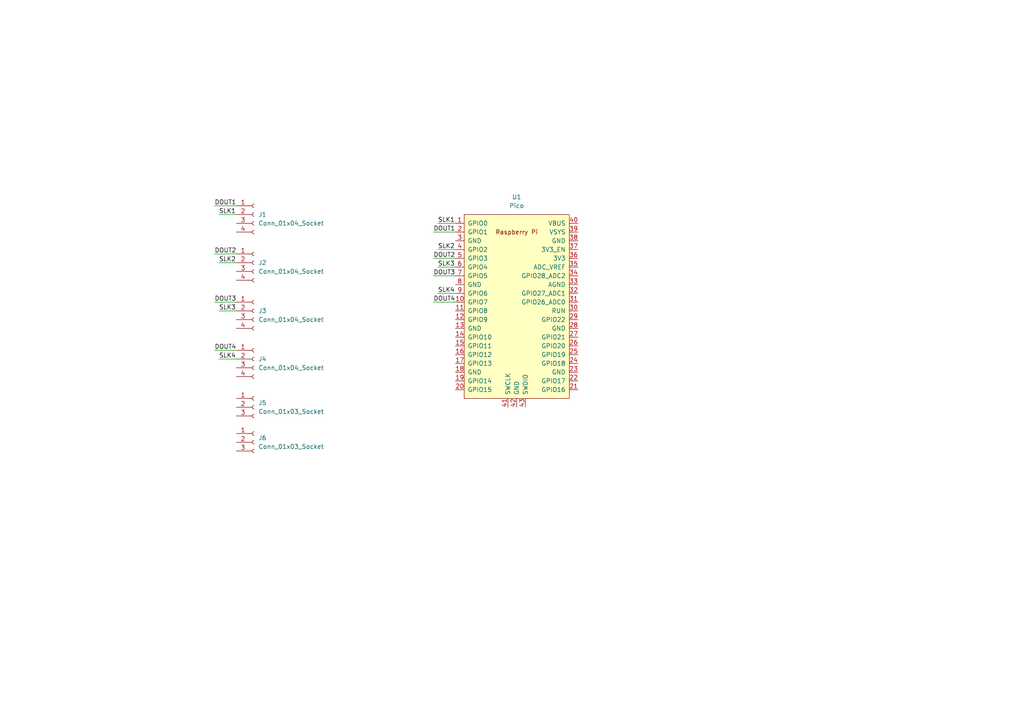
<source format=kicad_sch>
(kicad_sch
	(version 20231120)
	(generator "eeschema")
	(generator_version "8.0")
	(uuid "c135e72d-b55a-419c-80ed-41b07cc6c18c")
	(paper "A4")
	(lib_symbols
		(symbol "Connector:Conn_01x03_Socket"
			(pin_names
				(offset 1.016) hide)
			(exclude_from_sim no)
			(in_bom yes)
			(on_board yes)
			(property "Reference" "J"
				(at 0 5.08 0)
				(effects
					(font
						(size 1.27 1.27)
					)
				)
			)
			(property "Value" "Conn_01x03_Socket"
				(at 0 -5.08 0)
				(effects
					(font
						(size 1.27 1.27)
					)
				)
			)
			(property "Footprint" ""
				(at 0 0 0)
				(effects
					(font
						(size 1.27 1.27)
					)
					(hide yes)
				)
			)
			(property "Datasheet" "~"
				(at 0 0 0)
				(effects
					(font
						(size 1.27 1.27)
					)
					(hide yes)
				)
			)
			(property "Description" "Generic connector, single row, 01x03, script generated"
				(at 0 0 0)
				(effects
					(font
						(size 1.27 1.27)
					)
					(hide yes)
				)
			)
			(property "ki_locked" ""
				(at 0 0 0)
				(effects
					(font
						(size 1.27 1.27)
					)
				)
			)
			(property "ki_keywords" "connector"
				(at 0 0 0)
				(effects
					(font
						(size 1.27 1.27)
					)
					(hide yes)
				)
			)
			(property "ki_fp_filters" "Connector*:*_1x??_*"
				(at 0 0 0)
				(effects
					(font
						(size 1.27 1.27)
					)
					(hide yes)
				)
			)
			(symbol "Conn_01x03_Socket_1_1"
				(arc
					(start 0 -2.032)
					(mid -0.5058 -2.54)
					(end 0 -3.048)
					(stroke
						(width 0.1524)
						(type default)
					)
					(fill
						(type none)
					)
				)
				(polyline
					(pts
						(xy -1.27 -2.54) (xy -0.508 -2.54)
					)
					(stroke
						(width 0.1524)
						(type default)
					)
					(fill
						(type none)
					)
				)
				(polyline
					(pts
						(xy -1.27 0) (xy -0.508 0)
					)
					(stroke
						(width 0.1524)
						(type default)
					)
					(fill
						(type none)
					)
				)
				(polyline
					(pts
						(xy -1.27 2.54) (xy -0.508 2.54)
					)
					(stroke
						(width 0.1524)
						(type default)
					)
					(fill
						(type none)
					)
				)
				(arc
					(start 0 0.508)
					(mid -0.5058 0)
					(end 0 -0.508)
					(stroke
						(width 0.1524)
						(type default)
					)
					(fill
						(type none)
					)
				)
				(arc
					(start 0 3.048)
					(mid -0.5058 2.54)
					(end 0 2.032)
					(stroke
						(width 0.1524)
						(type default)
					)
					(fill
						(type none)
					)
				)
				(pin passive line
					(at -5.08 2.54 0)
					(length 3.81)
					(name "Pin_1"
						(effects
							(font
								(size 1.27 1.27)
							)
						)
					)
					(number "1"
						(effects
							(font
								(size 1.27 1.27)
							)
						)
					)
				)
				(pin passive line
					(at -5.08 0 0)
					(length 3.81)
					(name "Pin_2"
						(effects
							(font
								(size 1.27 1.27)
							)
						)
					)
					(number "2"
						(effects
							(font
								(size 1.27 1.27)
							)
						)
					)
				)
				(pin passive line
					(at -5.08 -2.54 0)
					(length 3.81)
					(name "Pin_3"
						(effects
							(font
								(size 1.27 1.27)
							)
						)
					)
					(number "3"
						(effects
							(font
								(size 1.27 1.27)
							)
						)
					)
				)
			)
		)
		(symbol "Connector:Conn_01x04_Socket"
			(pin_names
				(offset 1.016) hide)
			(exclude_from_sim no)
			(in_bom yes)
			(on_board yes)
			(property "Reference" "J"
				(at 0 5.08 0)
				(effects
					(font
						(size 1.27 1.27)
					)
				)
			)
			(property "Value" "Conn_01x04_Socket"
				(at 0 -7.62 0)
				(effects
					(font
						(size 1.27 1.27)
					)
				)
			)
			(property "Footprint" ""
				(at 0 0 0)
				(effects
					(font
						(size 1.27 1.27)
					)
					(hide yes)
				)
			)
			(property "Datasheet" "~"
				(at 0 0 0)
				(effects
					(font
						(size 1.27 1.27)
					)
					(hide yes)
				)
			)
			(property "Description" "Generic connector, single row, 01x04, script generated"
				(at 0 0 0)
				(effects
					(font
						(size 1.27 1.27)
					)
					(hide yes)
				)
			)
			(property "ki_locked" ""
				(at 0 0 0)
				(effects
					(font
						(size 1.27 1.27)
					)
				)
			)
			(property "ki_keywords" "connector"
				(at 0 0 0)
				(effects
					(font
						(size 1.27 1.27)
					)
					(hide yes)
				)
			)
			(property "ki_fp_filters" "Connector*:*_1x??_*"
				(at 0 0 0)
				(effects
					(font
						(size 1.27 1.27)
					)
					(hide yes)
				)
			)
			(symbol "Conn_01x04_Socket_1_1"
				(arc
					(start 0 -4.572)
					(mid -0.5058 -5.08)
					(end 0 -5.588)
					(stroke
						(width 0.1524)
						(type default)
					)
					(fill
						(type none)
					)
				)
				(arc
					(start 0 -2.032)
					(mid -0.5058 -2.54)
					(end 0 -3.048)
					(stroke
						(width 0.1524)
						(type default)
					)
					(fill
						(type none)
					)
				)
				(polyline
					(pts
						(xy -1.27 -5.08) (xy -0.508 -5.08)
					)
					(stroke
						(width 0.1524)
						(type default)
					)
					(fill
						(type none)
					)
				)
				(polyline
					(pts
						(xy -1.27 -2.54) (xy -0.508 -2.54)
					)
					(stroke
						(width 0.1524)
						(type default)
					)
					(fill
						(type none)
					)
				)
				(polyline
					(pts
						(xy -1.27 0) (xy -0.508 0)
					)
					(stroke
						(width 0.1524)
						(type default)
					)
					(fill
						(type none)
					)
				)
				(polyline
					(pts
						(xy -1.27 2.54) (xy -0.508 2.54)
					)
					(stroke
						(width 0.1524)
						(type default)
					)
					(fill
						(type none)
					)
				)
				(arc
					(start 0 0.508)
					(mid -0.5058 0)
					(end 0 -0.508)
					(stroke
						(width 0.1524)
						(type default)
					)
					(fill
						(type none)
					)
				)
				(arc
					(start 0 3.048)
					(mid -0.5058 2.54)
					(end 0 2.032)
					(stroke
						(width 0.1524)
						(type default)
					)
					(fill
						(type none)
					)
				)
				(pin passive line
					(at -5.08 2.54 0)
					(length 3.81)
					(name "Pin_1"
						(effects
							(font
								(size 1.27 1.27)
							)
						)
					)
					(number "1"
						(effects
							(font
								(size 1.27 1.27)
							)
						)
					)
				)
				(pin passive line
					(at -5.08 0 0)
					(length 3.81)
					(name "Pin_2"
						(effects
							(font
								(size 1.27 1.27)
							)
						)
					)
					(number "2"
						(effects
							(font
								(size 1.27 1.27)
							)
						)
					)
				)
				(pin passive line
					(at -5.08 -2.54 0)
					(length 3.81)
					(name "Pin_3"
						(effects
							(font
								(size 1.27 1.27)
							)
						)
					)
					(number "3"
						(effects
							(font
								(size 1.27 1.27)
							)
						)
					)
				)
				(pin passive line
					(at -5.08 -5.08 0)
					(length 3.81)
					(name "Pin_4"
						(effects
							(font
								(size 1.27 1.27)
							)
						)
					)
					(number "4"
						(effects
							(font
								(size 1.27 1.27)
							)
						)
					)
				)
			)
		)
		(symbol "RPi_Pico:Pico"
			(pin_names
				(offset 1.016)
			)
			(exclude_from_sim no)
			(in_bom yes)
			(on_board yes)
			(property "Reference" "U"
				(at -13.97 27.94 0)
				(effects
					(font
						(size 1.27 1.27)
					)
				)
			)
			(property "Value" "Pico"
				(at 0 19.05 0)
				(effects
					(font
						(size 1.27 1.27)
					)
				)
			)
			(property "Footprint" "RPi_Pico:RPi_Pico_SMD_TH"
				(at 0 0 90)
				(effects
					(font
						(size 1.27 1.27)
					)
					(hide yes)
				)
			)
			(property "Datasheet" ""
				(at 0 0 0)
				(effects
					(font
						(size 1.27 1.27)
					)
					(hide yes)
				)
			)
			(property "Description" ""
				(at 0 0 0)
				(effects
					(font
						(size 1.27 1.27)
					)
					(hide yes)
				)
			)
			(symbol "Pico_0_0"
				(text "Raspberry Pi"
					(at 0 21.59 0)
					(effects
						(font
							(size 1.27 1.27)
						)
					)
				)
			)
			(symbol "Pico_0_1"
				(rectangle
					(start -15.24 26.67)
					(end 15.24 -26.67)
					(stroke
						(width 0)
						(type solid)
					)
					(fill
						(type background)
					)
				)
			)
			(symbol "Pico_1_1"
				(pin bidirectional line
					(at -17.78 24.13 0)
					(length 2.54)
					(name "GPIO0"
						(effects
							(font
								(size 1.27 1.27)
							)
						)
					)
					(number "1"
						(effects
							(font
								(size 1.27 1.27)
							)
						)
					)
				)
				(pin bidirectional line
					(at -17.78 1.27 0)
					(length 2.54)
					(name "GPIO7"
						(effects
							(font
								(size 1.27 1.27)
							)
						)
					)
					(number "10"
						(effects
							(font
								(size 1.27 1.27)
							)
						)
					)
				)
				(pin bidirectional line
					(at -17.78 -1.27 0)
					(length 2.54)
					(name "GPIO8"
						(effects
							(font
								(size 1.27 1.27)
							)
						)
					)
					(number "11"
						(effects
							(font
								(size 1.27 1.27)
							)
						)
					)
				)
				(pin bidirectional line
					(at -17.78 -3.81 0)
					(length 2.54)
					(name "GPIO9"
						(effects
							(font
								(size 1.27 1.27)
							)
						)
					)
					(number "12"
						(effects
							(font
								(size 1.27 1.27)
							)
						)
					)
				)
				(pin power_in line
					(at -17.78 -6.35 0)
					(length 2.54)
					(name "GND"
						(effects
							(font
								(size 1.27 1.27)
							)
						)
					)
					(number "13"
						(effects
							(font
								(size 1.27 1.27)
							)
						)
					)
				)
				(pin bidirectional line
					(at -17.78 -8.89 0)
					(length 2.54)
					(name "GPIO10"
						(effects
							(font
								(size 1.27 1.27)
							)
						)
					)
					(number "14"
						(effects
							(font
								(size 1.27 1.27)
							)
						)
					)
				)
				(pin bidirectional line
					(at -17.78 -11.43 0)
					(length 2.54)
					(name "GPIO11"
						(effects
							(font
								(size 1.27 1.27)
							)
						)
					)
					(number "15"
						(effects
							(font
								(size 1.27 1.27)
							)
						)
					)
				)
				(pin bidirectional line
					(at -17.78 -13.97 0)
					(length 2.54)
					(name "GPIO12"
						(effects
							(font
								(size 1.27 1.27)
							)
						)
					)
					(number "16"
						(effects
							(font
								(size 1.27 1.27)
							)
						)
					)
				)
				(pin bidirectional line
					(at -17.78 -16.51 0)
					(length 2.54)
					(name "GPIO13"
						(effects
							(font
								(size 1.27 1.27)
							)
						)
					)
					(number "17"
						(effects
							(font
								(size 1.27 1.27)
							)
						)
					)
				)
				(pin power_in line
					(at -17.78 -19.05 0)
					(length 2.54)
					(name "GND"
						(effects
							(font
								(size 1.27 1.27)
							)
						)
					)
					(number "18"
						(effects
							(font
								(size 1.27 1.27)
							)
						)
					)
				)
				(pin bidirectional line
					(at -17.78 -21.59 0)
					(length 2.54)
					(name "GPIO14"
						(effects
							(font
								(size 1.27 1.27)
							)
						)
					)
					(number "19"
						(effects
							(font
								(size 1.27 1.27)
							)
						)
					)
				)
				(pin bidirectional line
					(at -17.78 21.59 0)
					(length 2.54)
					(name "GPIO1"
						(effects
							(font
								(size 1.27 1.27)
							)
						)
					)
					(number "2"
						(effects
							(font
								(size 1.27 1.27)
							)
						)
					)
				)
				(pin bidirectional line
					(at -17.78 -24.13 0)
					(length 2.54)
					(name "GPIO15"
						(effects
							(font
								(size 1.27 1.27)
							)
						)
					)
					(number "20"
						(effects
							(font
								(size 1.27 1.27)
							)
						)
					)
				)
				(pin bidirectional line
					(at 17.78 -24.13 180)
					(length 2.54)
					(name "GPIO16"
						(effects
							(font
								(size 1.27 1.27)
							)
						)
					)
					(number "21"
						(effects
							(font
								(size 1.27 1.27)
							)
						)
					)
				)
				(pin bidirectional line
					(at 17.78 -21.59 180)
					(length 2.54)
					(name "GPIO17"
						(effects
							(font
								(size 1.27 1.27)
							)
						)
					)
					(number "22"
						(effects
							(font
								(size 1.27 1.27)
							)
						)
					)
				)
				(pin power_in line
					(at 17.78 -19.05 180)
					(length 2.54)
					(name "GND"
						(effects
							(font
								(size 1.27 1.27)
							)
						)
					)
					(number "23"
						(effects
							(font
								(size 1.27 1.27)
							)
						)
					)
				)
				(pin bidirectional line
					(at 17.78 -16.51 180)
					(length 2.54)
					(name "GPIO18"
						(effects
							(font
								(size 1.27 1.27)
							)
						)
					)
					(number "24"
						(effects
							(font
								(size 1.27 1.27)
							)
						)
					)
				)
				(pin bidirectional line
					(at 17.78 -13.97 180)
					(length 2.54)
					(name "GPIO19"
						(effects
							(font
								(size 1.27 1.27)
							)
						)
					)
					(number "25"
						(effects
							(font
								(size 1.27 1.27)
							)
						)
					)
				)
				(pin bidirectional line
					(at 17.78 -11.43 180)
					(length 2.54)
					(name "GPIO20"
						(effects
							(font
								(size 1.27 1.27)
							)
						)
					)
					(number "26"
						(effects
							(font
								(size 1.27 1.27)
							)
						)
					)
				)
				(pin bidirectional line
					(at 17.78 -8.89 180)
					(length 2.54)
					(name "GPIO21"
						(effects
							(font
								(size 1.27 1.27)
							)
						)
					)
					(number "27"
						(effects
							(font
								(size 1.27 1.27)
							)
						)
					)
				)
				(pin power_in line
					(at 17.78 -6.35 180)
					(length 2.54)
					(name "GND"
						(effects
							(font
								(size 1.27 1.27)
							)
						)
					)
					(number "28"
						(effects
							(font
								(size 1.27 1.27)
							)
						)
					)
				)
				(pin bidirectional line
					(at 17.78 -3.81 180)
					(length 2.54)
					(name "GPIO22"
						(effects
							(font
								(size 1.27 1.27)
							)
						)
					)
					(number "29"
						(effects
							(font
								(size 1.27 1.27)
							)
						)
					)
				)
				(pin power_in line
					(at -17.78 19.05 0)
					(length 2.54)
					(name "GND"
						(effects
							(font
								(size 1.27 1.27)
							)
						)
					)
					(number "3"
						(effects
							(font
								(size 1.27 1.27)
							)
						)
					)
				)
				(pin input line
					(at 17.78 -1.27 180)
					(length 2.54)
					(name "RUN"
						(effects
							(font
								(size 1.27 1.27)
							)
						)
					)
					(number "30"
						(effects
							(font
								(size 1.27 1.27)
							)
						)
					)
				)
				(pin bidirectional line
					(at 17.78 1.27 180)
					(length 2.54)
					(name "GPIO26_ADC0"
						(effects
							(font
								(size 1.27 1.27)
							)
						)
					)
					(number "31"
						(effects
							(font
								(size 1.27 1.27)
							)
						)
					)
				)
				(pin bidirectional line
					(at 17.78 3.81 180)
					(length 2.54)
					(name "GPIO27_ADC1"
						(effects
							(font
								(size 1.27 1.27)
							)
						)
					)
					(number "32"
						(effects
							(font
								(size 1.27 1.27)
							)
						)
					)
				)
				(pin power_in line
					(at 17.78 6.35 180)
					(length 2.54)
					(name "AGND"
						(effects
							(font
								(size 1.27 1.27)
							)
						)
					)
					(number "33"
						(effects
							(font
								(size 1.27 1.27)
							)
						)
					)
				)
				(pin bidirectional line
					(at 17.78 8.89 180)
					(length 2.54)
					(name "GPIO28_ADC2"
						(effects
							(font
								(size 1.27 1.27)
							)
						)
					)
					(number "34"
						(effects
							(font
								(size 1.27 1.27)
							)
						)
					)
				)
				(pin unspecified line
					(at 17.78 11.43 180)
					(length 2.54)
					(name "ADC_VREF"
						(effects
							(font
								(size 1.27 1.27)
							)
						)
					)
					(number "35"
						(effects
							(font
								(size 1.27 1.27)
							)
						)
					)
				)
				(pin unspecified line
					(at 17.78 13.97 180)
					(length 2.54)
					(name "3V3"
						(effects
							(font
								(size 1.27 1.27)
							)
						)
					)
					(number "36"
						(effects
							(font
								(size 1.27 1.27)
							)
						)
					)
				)
				(pin input line
					(at 17.78 16.51 180)
					(length 2.54)
					(name "3V3_EN"
						(effects
							(font
								(size 1.27 1.27)
							)
						)
					)
					(number "37"
						(effects
							(font
								(size 1.27 1.27)
							)
						)
					)
				)
				(pin bidirectional line
					(at 17.78 19.05 180)
					(length 2.54)
					(name "GND"
						(effects
							(font
								(size 1.27 1.27)
							)
						)
					)
					(number "38"
						(effects
							(font
								(size 1.27 1.27)
							)
						)
					)
				)
				(pin unspecified line
					(at 17.78 21.59 180)
					(length 2.54)
					(name "VSYS"
						(effects
							(font
								(size 1.27 1.27)
							)
						)
					)
					(number "39"
						(effects
							(font
								(size 1.27 1.27)
							)
						)
					)
				)
				(pin bidirectional line
					(at -17.78 16.51 0)
					(length 2.54)
					(name "GPIO2"
						(effects
							(font
								(size 1.27 1.27)
							)
						)
					)
					(number "4"
						(effects
							(font
								(size 1.27 1.27)
							)
						)
					)
				)
				(pin unspecified line
					(at 17.78 24.13 180)
					(length 2.54)
					(name "VBUS"
						(effects
							(font
								(size 1.27 1.27)
							)
						)
					)
					(number "40"
						(effects
							(font
								(size 1.27 1.27)
							)
						)
					)
				)
				(pin input line
					(at -2.54 -29.21 90)
					(length 2.54)
					(name "SWCLK"
						(effects
							(font
								(size 1.27 1.27)
							)
						)
					)
					(number "41"
						(effects
							(font
								(size 1.27 1.27)
							)
						)
					)
				)
				(pin power_in line
					(at 0 -29.21 90)
					(length 2.54)
					(name "GND"
						(effects
							(font
								(size 1.27 1.27)
							)
						)
					)
					(number "42"
						(effects
							(font
								(size 1.27 1.27)
							)
						)
					)
				)
				(pin bidirectional line
					(at 2.54 -29.21 90)
					(length 2.54)
					(name "SWDIO"
						(effects
							(font
								(size 1.27 1.27)
							)
						)
					)
					(number "43"
						(effects
							(font
								(size 1.27 1.27)
							)
						)
					)
				)
				(pin bidirectional line
					(at -17.78 13.97 0)
					(length 2.54)
					(name "GPIO3"
						(effects
							(font
								(size 1.27 1.27)
							)
						)
					)
					(number "5"
						(effects
							(font
								(size 1.27 1.27)
							)
						)
					)
				)
				(pin bidirectional line
					(at -17.78 11.43 0)
					(length 2.54)
					(name "GPIO4"
						(effects
							(font
								(size 1.27 1.27)
							)
						)
					)
					(number "6"
						(effects
							(font
								(size 1.27 1.27)
							)
						)
					)
				)
				(pin bidirectional line
					(at -17.78 8.89 0)
					(length 2.54)
					(name "GPIO5"
						(effects
							(font
								(size 1.27 1.27)
							)
						)
					)
					(number "7"
						(effects
							(font
								(size 1.27 1.27)
							)
						)
					)
				)
				(pin power_in line
					(at -17.78 6.35 0)
					(length 2.54)
					(name "GND"
						(effects
							(font
								(size 1.27 1.27)
							)
						)
					)
					(number "8"
						(effects
							(font
								(size 1.27 1.27)
							)
						)
					)
				)
				(pin bidirectional line
					(at -17.78 3.81 0)
					(length 2.54)
					(name "GPIO6"
						(effects
							(font
								(size 1.27 1.27)
							)
						)
					)
					(number "9"
						(effects
							(font
								(size 1.27 1.27)
							)
						)
					)
				)
			)
		)
	)
	(wire
		(pts
			(xy 127 64.77) (xy 132.08 64.77)
		)
		(stroke
			(width 0)
			(type default)
		)
		(uuid "05301a4e-eb9c-48f1-8b99-86a3073056c0")
	)
	(wire
		(pts
			(xy 62.23 59.69) (xy 68.58 59.69)
		)
		(stroke
			(width 0)
			(type default)
		)
		(uuid "0935718d-9070-435b-af98-c71b59269d3a")
	)
	(wire
		(pts
			(xy 125.73 74.93) (xy 132.08 74.93)
		)
		(stroke
			(width 0)
			(type default)
		)
		(uuid "178176a2-ce14-4702-b4dd-23e27bff4ea4")
	)
	(wire
		(pts
			(xy 127 77.47) (xy 132.08 77.47)
		)
		(stroke
			(width 0)
			(type default)
		)
		(uuid "27502382-9429-443d-bb6f-7704a5c7c53d")
	)
	(wire
		(pts
			(xy 63.5 90.17) (xy 68.58 90.17)
		)
		(stroke
			(width 0)
			(type default)
		)
		(uuid "34cb304f-c1f5-4987-af4e-24a4c438c6dd")
	)
	(wire
		(pts
			(xy 125.73 67.31) (xy 132.08 67.31)
		)
		(stroke
			(width 0)
			(type default)
		)
		(uuid "5b48295d-c523-4e47-9556-29ff41bb97e8")
	)
	(wire
		(pts
			(xy 62.23 73.66) (xy 68.58 73.66)
		)
		(stroke
			(width 0)
			(type default)
		)
		(uuid "5e3ade37-7a8f-4ff2-8e72-6a621de78bd9")
	)
	(wire
		(pts
			(xy 125.73 87.63) (xy 132.08 87.63)
		)
		(stroke
			(width 0)
			(type default)
		)
		(uuid "6990b604-5fcc-4de6-b35c-f60c57cda466")
	)
	(wire
		(pts
			(xy 125.73 80.01) (xy 132.08 80.01)
		)
		(stroke
			(width 0)
			(type default)
		)
		(uuid "86246a47-0071-4bbc-b3eb-8381afffcca9")
	)
	(wire
		(pts
			(xy 63.5 76.2) (xy 68.58 76.2)
		)
		(stroke
			(width 0)
			(type default)
		)
		(uuid "8b2a2d74-5f17-4ca5-a6c6-959691808b37")
	)
	(wire
		(pts
			(xy 63.5 62.23) (xy 68.58 62.23)
		)
		(stroke
			(width 0)
			(type default)
		)
		(uuid "9921c0e7-6c57-4f01-b50e-f9dcc561113f")
	)
	(wire
		(pts
			(xy 127 72.39) (xy 132.08 72.39)
		)
		(stroke
			(width 0)
			(type default)
		)
		(uuid "9dd57ed8-89fc-4b3f-87cb-c579db7a47ec")
	)
	(wire
		(pts
			(xy 63.5 104.14) (xy 68.58 104.14)
		)
		(stroke
			(width 0)
			(type default)
		)
		(uuid "c0572e90-fb94-45d8-8bf2-da79ef6c2610")
	)
	(wire
		(pts
			(xy 62.23 87.63) (xy 68.58 87.63)
		)
		(stroke
			(width 0)
			(type default)
		)
		(uuid "ce2ad718-2997-4eb9-b0a8-62ad17d8bd64")
	)
	(wire
		(pts
			(xy 127 85.09) (xy 132.08 85.09)
		)
		(stroke
			(width 0)
			(type default)
		)
		(uuid "ea273686-7b7f-40d2-83d6-aceef94f675b")
	)
	(wire
		(pts
			(xy 62.23 101.6) (xy 68.58 101.6)
		)
		(stroke
			(width 0)
			(type default)
		)
		(uuid "eb6e171a-3f00-49b6-98e9-6cee19dcc044")
	)
	(label "DOUT4"
		(at 62.23 101.6 0)
		(fields_autoplaced yes)
		(effects
			(font
				(size 1.27 1.27)
			)
			(justify left bottom)
		)
		(uuid "03712dd9-0634-473b-ac71-072f1655efc5")
	)
	(label "DOUT4"
		(at 125.73 87.63 0)
		(fields_autoplaced yes)
		(effects
			(font
				(size 1.27 1.27)
			)
			(justify left bottom)
		)
		(uuid "0750b441-789c-481c-8fd3-4b2aef0a652d")
	)
	(label "DOUT2"
		(at 62.23 73.66 0)
		(fields_autoplaced yes)
		(effects
			(font
				(size 1.27 1.27)
			)
			(justify left bottom)
		)
		(uuid "0f779e85-c4ba-4a16-abef-53bc93871bf7")
	)
	(label "DOUT2"
		(at 125.73 74.93 0)
		(fields_autoplaced yes)
		(effects
			(font
				(size 1.27 1.27)
			)
			(justify left bottom)
		)
		(uuid "1b28b92f-fb80-48da-9ba8-49e871218f82")
	)
	(label "DOUT1"
		(at 62.23 59.69 0)
		(fields_autoplaced yes)
		(effects
			(font
				(size 1.27 1.27)
			)
			(justify left bottom)
		)
		(uuid "508825d5-be4e-480e-88f2-2e264ae50dde")
	)
	(label "DOUT3"
		(at 62.23 87.63 0)
		(fields_autoplaced yes)
		(effects
			(font
				(size 1.27 1.27)
			)
			(justify left bottom)
		)
		(uuid "52a28727-7818-40fa-ab47-eb1777ec73b2")
	)
	(label "SLK2"
		(at 127 72.39 0)
		(fields_autoplaced yes)
		(effects
			(font
				(size 1.27 1.27)
			)
			(justify left bottom)
		)
		(uuid "6944c694-1aea-440f-a081-1cb856402736")
	)
	(label "SLK1"
		(at 63.5 62.23 0)
		(fields_autoplaced yes)
		(effects
			(font
				(size 1.27 1.27)
			)
			(justify left bottom)
		)
		(uuid "71cfbb78-38ea-47fd-8b0e-fa88bc075b42")
	)
	(label "SLK4"
		(at 63.5 104.14 0)
		(fields_autoplaced yes)
		(effects
			(font
				(size 1.27 1.27)
			)
			(justify left bottom)
		)
		(uuid "756b1f1f-b332-4723-bda8-f77eeab3290d")
	)
	(label "SLK1"
		(at 127 64.77 0)
		(fields_autoplaced yes)
		(effects
			(font
				(size 1.27 1.27)
			)
			(justify left bottom)
		)
		(uuid "8c10e99e-069b-42d0-9b04-6698b6f55f81")
	)
	(label "SLK2"
		(at 63.5 76.2 0)
		(fields_autoplaced yes)
		(effects
			(font
				(size 1.27 1.27)
			)
			(justify left bottom)
		)
		(uuid "94314231-f8fb-464a-b941-7574d0db7c57")
	)
	(label "SLK3"
		(at 63.5 90.17 0)
		(fields_autoplaced yes)
		(effects
			(font
				(size 1.27 1.27)
			)
			(justify left bottom)
		)
		(uuid "a0329bec-aedc-40cb-8385-51d57a25b7f4")
	)
	(label "SLK3"
		(at 127 77.47 0)
		(fields_autoplaced yes)
		(effects
			(font
				(size 1.27 1.27)
			)
			(justify left bottom)
		)
		(uuid "c0a93f8f-b67f-46ea-8c90-57c238934023")
	)
	(label "SLK4"
		(at 127 85.09 0)
		(fields_autoplaced yes)
		(effects
			(font
				(size 1.27 1.27)
			)
			(justify left bottom)
		)
		(uuid "c3cc01a7-3a00-4319-8903-b61896ddab32")
	)
	(label "DOUT1"
		(at 125.73 67.31 0)
		(fields_autoplaced yes)
		(effects
			(font
				(size 1.27 1.27)
			)
			(justify left bottom)
		)
		(uuid "d40baa79-9da0-4763-adf1-7c9ebc9fd933")
	)
	(label "DOUT3"
		(at 125.73 80.01 0)
		(fields_autoplaced yes)
		(effects
			(font
				(size 1.27 1.27)
			)
			(justify left bottom)
		)
		(uuid "dcfcb6ea-ddb1-4fda-949e-e30ef04115d4")
	)
	(symbol
		(lib_id "Connector:Conn_01x04_Socket")
		(at 73.66 62.23 0)
		(unit 1)
		(exclude_from_sim no)
		(in_bom yes)
		(on_board yes)
		(dnp no)
		(fields_autoplaced yes)
		(uuid "024f2ca5-20db-40d8-a42b-8a53e418698a")
		(property "Reference" "J1"
			(at 74.93 62.2299 0)
			(effects
				(font
					(size 1.27 1.27)
				)
				(justify left)
			)
		)
		(property "Value" "Conn_01x04_Socket"
			(at 74.93 64.7699 0)
			(effects
				(font
					(size 1.27 1.27)
				)
				(justify left)
			)
		)
		(property "Footprint" ""
			(at 73.66 62.23 0)
			(effects
				(font
					(size 1.27 1.27)
				)
				(hide yes)
			)
		)
		(property "Datasheet" "~"
			(at 73.66 62.23 0)
			(effects
				(font
					(size 1.27 1.27)
				)
				(hide yes)
			)
		)
		(property "Description" "Generic connector, single row, 01x04, script generated"
			(at 73.66 62.23 0)
			(effects
				(font
					(size 1.27 1.27)
				)
				(hide yes)
			)
		)
		(pin "1"
			(uuid "c937db30-6afe-430e-8fb7-2f12b20bbcfc")
		)
		(pin "4"
			(uuid "ca2259d9-6691-4719-923a-833d61acd785")
		)
		(pin "2"
			(uuid "fde10ee1-0832-42a8-be2c-de491155f5e6")
		)
		(pin "3"
			(uuid "f3931ac2-f389-4e9b-9f6d-efd00a3a1ae6")
		)
		(instances
			(project ""
				(path "/c135e72d-b55a-419c-80ed-41b07cc6c18c"
					(reference "J1")
					(unit 1)
				)
			)
		)
	)
	(symbol
		(lib_id "Connector:Conn_01x03_Socket")
		(at 73.66 118.11 0)
		(unit 1)
		(exclude_from_sim no)
		(in_bom yes)
		(on_board yes)
		(dnp no)
		(fields_autoplaced yes)
		(uuid "0ecf58eb-4d00-4caf-bab8-be8c70903c14")
		(property "Reference" "J5"
			(at 74.93 116.8399 0)
			(effects
				(font
					(size 1.27 1.27)
				)
				(justify left)
			)
		)
		(property "Value" "Conn_01x03_Socket"
			(at 74.93 119.3799 0)
			(effects
				(font
					(size 1.27 1.27)
				)
				(justify left)
			)
		)
		(property "Footprint" ""
			(at 73.66 118.11 0)
			(effects
				(font
					(size 1.27 1.27)
				)
				(hide yes)
			)
		)
		(property "Datasheet" "~"
			(at 73.66 118.11 0)
			(effects
				(font
					(size 1.27 1.27)
				)
				(hide yes)
			)
		)
		(property "Description" "Generic connector, single row, 01x03, script generated"
			(at 73.66 118.11 0)
			(effects
				(font
					(size 1.27 1.27)
				)
				(hide yes)
			)
		)
		(pin "3"
			(uuid "0beae821-6dd3-4870-8932-a632ddc99e52")
		)
		(pin "1"
			(uuid "6ab48109-b0cd-4ce3-830f-742e4ce386dc")
		)
		(pin "2"
			(uuid "8e482516-a148-4ab3-ba81-5645c70b4483")
		)
		(instances
			(project ""
				(path "/c135e72d-b55a-419c-80ed-41b07cc6c18c"
					(reference "J5")
					(unit 1)
				)
			)
		)
	)
	(symbol
		(lib_id "Connector:Conn_01x04_Socket")
		(at 73.66 90.17 0)
		(unit 1)
		(exclude_from_sim no)
		(in_bom yes)
		(on_board yes)
		(dnp no)
		(fields_autoplaced yes)
		(uuid "53c97fb8-500b-4c6d-8477-2ba2a3bbc351")
		(property "Reference" "J3"
			(at 74.93 90.1699 0)
			(effects
				(font
					(size 1.27 1.27)
				)
				(justify left)
			)
		)
		(property "Value" "Conn_01x04_Socket"
			(at 74.93 92.7099 0)
			(effects
				(font
					(size 1.27 1.27)
				)
				(justify left)
			)
		)
		(property "Footprint" ""
			(at 73.66 90.17 0)
			(effects
				(font
					(size 1.27 1.27)
				)
				(hide yes)
			)
		)
		(property "Datasheet" "~"
			(at 73.66 90.17 0)
			(effects
				(font
					(size 1.27 1.27)
				)
				(hide yes)
			)
		)
		(property "Description" "Generic connector, single row, 01x04, script generated"
			(at 73.66 90.17 0)
			(effects
				(font
					(size 1.27 1.27)
				)
				(hide yes)
			)
		)
		(pin "1"
			(uuid "b8d8941e-0a16-4c5c-b01a-cc6c0b30008c")
		)
		(pin "4"
			(uuid "b28892ef-7b6a-4763-a766-0c919dfad47f")
		)
		(pin "2"
			(uuid "569d31ba-d046-4cf4-99f1-d8c0678d1871")
		)
		(pin "3"
			(uuid "563cfe12-dc21-4bb8-aaeb-6b603ac20340")
		)
		(instances
			(project "PCB_Sim"
				(path "/c135e72d-b55a-419c-80ed-41b07cc6c18c"
					(reference "J3")
					(unit 1)
				)
			)
		)
	)
	(symbol
		(lib_id "Connector:Conn_01x04_Socket")
		(at 73.66 104.14 0)
		(unit 1)
		(exclude_from_sim no)
		(in_bom yes)
		(on_board yes)
		(dnp no)
		(fields_autoplaced yes)
		(uuid "6dff0242-6b06-4a9d-a285-2a2f29b2d38e")
		(property "Reference" "J4"
			(at 74.93 104.1399 0)
			(effects
				(font
					(size 1.27 1.27)
				)
				(justify left)
			)
		)
		(property "Value" "Conn_01x04_Socket"
			(at 74.93 106.6799 0)
			(effects
				(font
					(size 1.27 1.27)
				)
				(justify left)
			)
		)
		(property "Footprint" ""
			(at 73.66 104.14 0)
			(effects
				(font
					(size 1.27 1.27)
				)
				(hide yes)
			)
		)
		(property "Datasheet" "~"
			(at 73.66 104.14 0)
			(effects
				(font
					(size 1.27 1.27)
				)
				(hide yes)
			)
		)
		(property "Description" "Generic connector, single row, 01x04, script generated"
			(at 73.66 104.14 0)
			(effects
				(font
					(size 1.27 1.27)
				)
				(hide yes)
			)
		)
		(pin "1"
			(uuid "b1bce8ae-4687-4ad4-b17d-8947ac6756f6")
		)
		(pin "4"
			(uuid "15b13ea2-d476-483f-b98e-541387d129f1")
		)
		(pin "2"
			(uuid "8f698160-5ae0-4113-b39b-0b7ea5947f26")
		)
		(pin "3"
			(uuid "c51643fc-69df-4576-aa8c-9749c3885573")
		)
		(instances
			(project "PCB_Sim"
				(path "/c135e72d-b55a-419c-80ed-41b07cc6c18c"
					(reference "J4")
					(unit 1)
				)
			)
		)
	)
	(symbol
		(lib_id "RPi_Pico:Pico")
		(at 149.86 88.9 0)
		(unit 1)
		(exclude_from_sim no)
		(in_bom yes)
		(on_board yes)
		(dnp no)
		(fields_autoplaced yes)
		(uuid "7dbd8694-397a-4f9e-ae3c-5f5033c74dfc")
		(property "Reference" "U1"
			(at 149.86 57.15 0)
			(effects
				(font
					(size 1.27 1.27)
				)
			)
		)
		(property "Value" "Pico"
			(at 149.86 59.69 0)
			(effects
				(font
					(size 1.27 1.27)
				)
			)
		)
		(property "Footprint" "RPi_Pico:RPi_Pico_SMD_TH"
			(at 149.86 88.9 90)
			(effects
				(font
					(size 1.27 1.27)
				)
				(hide yes)
			)
		)
		(property "Datasheet" ""
			(at 149.86 88.9 0)
			(effects
				(font
					(size 1.27 1.27)
				)
				(hide yes)
			)
		)
		(property "Description" ""
			(at 149.86 88.9 0)
			(effects
				(font
					(size 1.27 1.27)
				)
				(hide yes)
			)
		)
		(pin "15"
			(uuid "118026ab-f05a-47bd-9a61-4aca44a04b00")
		)
		(pin "30"
			(uuid "4258c887-bbf0-425e-9023-032206cbd481")
		)
		(pin "36"
			(uuid "516385e5-ad5c-464e-8803-aec69747d053")
		)
		(pin "13"
			(uuid "396b84f7-a46b-4adb-b347-47f000437f7b")
		)
		(pin "25"
			(uuid "4411a461-0b8c-420a-a708-4f6fec75745f")
		)
		(pin "31"
			(uuid "f74cb82f-15a3-427e-8753-7206ba750d9f")
		)
		(pin "32"
			(uuid "40a6b2ef-62ee-4f2f-a23d-e66341da534d")
		)
		(pin "2"
			(uuid "dbbaf5b5-4fec-4d4e-8bcc-6b59e55393e4")
		)
		(pin "14"
			(uuid "04f2db5b-1313-4fb2-a4df-b2623d573407")
		)
		(pin "19"
			(uuid "db815061-294b-4c9b-93ed-8b92bf4451d9")
		)
		(pin "33"
			(uuid "2c0cbd36-b5a4-4c9f-ae06-45134423e561")
		)
		(pin "16"
			(uuid "9534aeae-b609-454b-a9e9-cbfee5257f62")
		)
		(pin "41"
			(uuid "327a1300-6329-4a6e-9d21-b7af49f0e90e")
		)
		(pin "28"
			(uuid "0331d2e4-543e-4d5a-87b1-2039ae06e361")
		)
		(pin "1"
			(uuid "90165ef5-4bcc-420c-820a-9d144f966386")
		)
		(pin "12"
			(uuid "117c708f-4f36-4dd5-811a-eb9bc2e81313")
		)
		(pin "5"
			(uuid "b572233a-3594-48cc-82a3-b33a2c7b6412")
		)
		(pin "4"
			(uuid "d0f25471-131a-4ad9-8596-a25eb80ecf68")
		)
		(pin "24"
			(uuid "dad56955-025d-4dad-acac-b6f4a3662a14")
		)
		(pin "38"
			(uuid "78a5cabd-a01c-48a0-814d-3852c62e0e11")
		)
		(pin "27"
			(uuid "7046008c-16dc-4542-a2f8-f5271362e417")
		)
		(pin "11"
			(uuid "475d5e8a-b07a-47be-af7a-691d12ab45c8")
		)
		(pin "26"
			(uuid "c962f7c4-8635-4a69-beb4-afc94612270f")
		)
		(pin "43"
			(uuid "aebf45df-7f6a-4dab-80b6-2616995fd1ea")
		)
		(pin "34"
			(uuid "d7c2120e-6bb4-41a5-bd83-1a922e2ea4e3")
		)
		(pin "22"
			(uuid "6712e362-5387-4b24-bb53-e604e429d65e")
		)
		(pin "37"
			(uuid "26796645-e0cf-427f-8f86-fb52135c7edb")
		)
		(pin "7"
			(uuid "c291bd34-334e-4d89-899c-40a12b093f07")
		)
		(pin "10"
			(uuid "7061cf50-8e19-4249-baff-ebd94db1daf6")
		)
		(pin "42"
			(uuid "1e598dd5-e65a-45a8-a0a5-be178278302b")
		)
		(pin "18"
			(uuid "36ed6cb1-f703-41d5-9bb5-e3afd79087fa")
		)
		(pin "23"
			(uuid "b5ee1159-7a16-4d64-9648-67bc07175247")
		)
		(pin "20"
			(uuid "af44f629-ff12-420a-9614-547d304444cf")
		)
		(pin "17"
			(uuid "1ca8e7f4-5569-41d2-be52-4f7022038c20")
		)
		(pin "21"
			(uuid "0fa2d3fb-6c3f-4c1d-99e5-29460ee25b5e")
		)
		(pin "29"
			(uuid "094c8287-a746-4ab3-8b7d-db454cc8f879")
		)
		(pin "3"
			(uuid "19d61708-ee92-4b40-89e9-cc74f20a5b39")
		)
		(pin "35"
			(uuid "f13f40c8-8518-49b1-ba9b-075853f02999")
		)
		(pin "39"
			(uuid "26ff61c3-6d0d-4170-9815-f04f49e61195")
		)
		(pin "6"
			(uuid "51c30497-a83e-4129-b2ac-4eb296f47a1e")
		)
		(pin "8"
			(uuid "04c714ad-0fe8-4616-8026-b9f334e680ae")
		)
		(pin "40"
			(uuid "b5c76074-c6cb-4314-b79b-30cf133fb491")
		)
		(pin "9"
			(uuid "d912e37c-afc2-4737-8f6b-24daa174f94a")
		)
		(instances
			(project ""
				(path "/c135e72d-b55a-419c-80ed-41b07cc6c18c"
					(reference "U1")
					(unit 1)
				)
			)
		)
	)
	(symbol
		(lib_id "Connector:Conn_01x03_Socket")
		(at 73.66 128.27 0)
		(unit 1)
		(exclude_from_sim no)
		(in_bom yes)
		(on_board yes)
		(dnp no)
		(fields_autoplaced yes)
		(uuid "9f98d405-baf8-4fdd-8673-bfcbd198c15f")
		(property "Reference" "J6"
			(at 74.93 126.9999 0)
			(effects
				(font
					(size 1.27 1.27)
				)
				(justify left)
			)
		)
		(property "Value" "Conn_01x03_Socket"
			(at 74.93 129.5399 0)
			(effects
				(font
					(size 1.27 1.27)
				)
				(justify left)
			)
		)
		(property "Footprint" ""
			(at 73.66 128.27 0)
			(effects
				(font
					(size 1.27 1.27)
				)
				(hide yes)
			)
		)
		(property "Datasheet" "~"
			(at 73.66 128.27 0)
			(effects
				(font
					(size 1.27 1.27)
				)
				(hide yes)
			)
		)
		(property "Description" "Generic connector, single row, 01x03, script generated"
			(at 73.66 128.27 0)
			(effects
				(font
					(size 1.27 1.27)
				)
				(hide yes)
			)
		)
		(pin "3"
			(uuid "cfecb6dc-0feb-4c69-b15f-a6c12ae0a68b")
		)
		(pin "1"
			(uuid "4e35f543-1662-402e-8021-2073a2db7046")
		)
		(pin "2"
			(uuid "a37a5aa4-2086-41df-9dae-97b24e2df1e7")
		)
		(instances
			(project "PCB_Sim"
				(path "/c135e72d-b55a-419c-80ed-41b07cc6c18c"
					(reference "J6")
					(unit 1)
				)
			)
		)
	)
	(symbol
		(lib_id "Connector:Conn_01x04_Socket")
		(at 73.66 76.2 0)
		(unit 1)
		(exclude_from_sim no)
		(in_bom yes)
		(on_board yes)
		(dnp no)
		(fields_autoplaced yes)
		(uuid "d39082b0-6b22-47f5-a42c-c99d05a6ca30")
		(property "Reference" "J2"
			(at 74.93 76.1999 0)
			(effects
				(font
					(size 1.27 1.27)
				)
				(justify left)
			)
		)
		(property "Value" "Conn_01x04_Socket"
			(at 74.93 78.7399 0)
			(effects
				(font
					(size 1.27 1.27)
				)
				(justify left)
			)
		)
		(property "Footprint" ""
			(at 73.66 76.2 0)
			(effects
				(font
					(size 1.27 1.27)
				)
				(hide yes)
			)
		)
		(property "Datasheet" "~"
			(at 73.66 76.2 0)
			(effects
				(font
					(size 1.27 1.27)
				)
				(hide yes)
			)
		)
		(property "Description" "Generic connector, single row, 01x04, script generated"
			(at 73.66 76.2 0)
			(effects
				(font
					(size 1.27 1.27)
				)
				(hide yes)
			)
		)
		(pin "1"
			(uuid "907202b9-4d55-4bfe-90dd-f745c966b8f8")
		)
		(pin "4"
			(uuid "21be6dda-f7b2-4fa9-8f78-f007e935fd08")
		)
		(pin "2"
			(uuid "4d08628f-1d76-4a85-9a21-93a325a44503")
		)
		(pin "3"
			(uuid "be5e3c1b-b0ea-4677-bbdb-e2ac60346c09")
		)
		(instances
			(project "PCB_Sim"
				(path "/c135e72d-b55a-419c-80ed-41b07cc6c18c"
					(reference "J2")
					(unit 1)
				)
			)
		)
	)
	(sheet_instances
		(path "/"
			(page "1")
		)
	)
)

</source>
